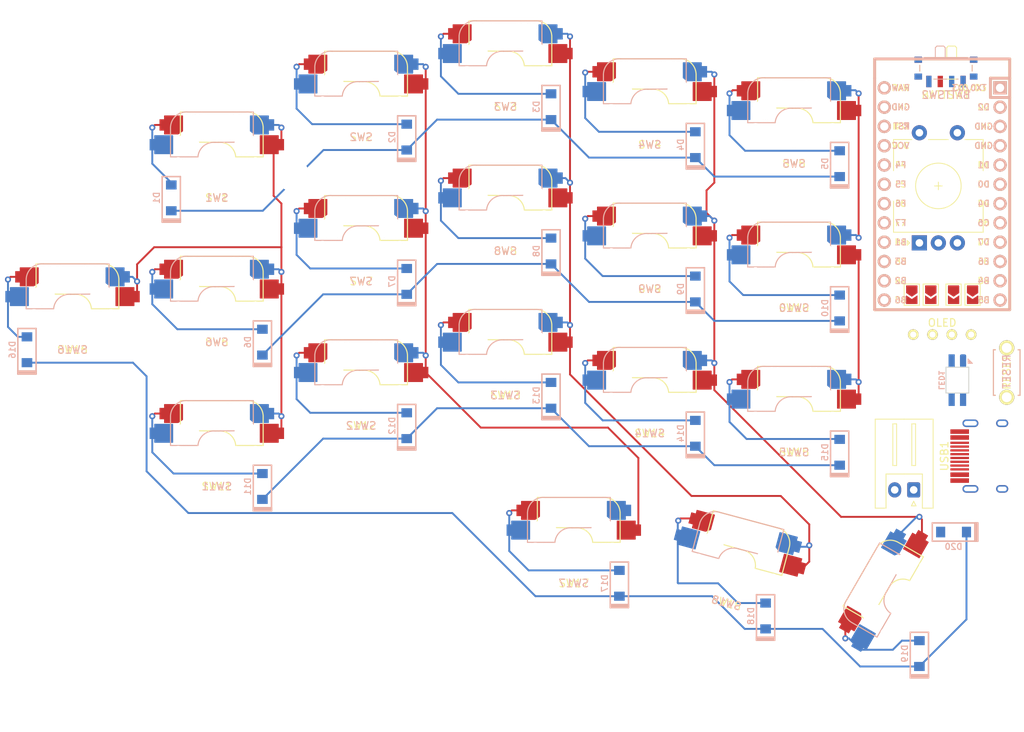
<source format=kicad_pcb>
(kicad_pcb (version 20211014) (generator pcbnew)
  (layers (0 "F.Cu" signal) (31 "B.Cu" signal) (34 "B.Paste" user) (35 "F.Paste" user) (36 "B.SilkS" user "B.Silkscreen") (37 "F.SilkS" user "F.Silkscreen") (38 "B.Mask" user) (39 "F.Mask" user) (44 "Edge.Cuts" user))
  (net 0 "")
  (net 1 "BATT")
  (net 2 "GND")
  (net 4 "RAW")
  (net 5 "row0")
  (net 6 "Net-(D1-Pad2)")
  (net 7 "Net-(D2-Pad2)")
  (net 8 "Net-(D3-Pad2)")
  (net 9 "Net-(D4-Pad2)")
  (net 10 "Net-(D5-Pad2)")
  (net 11 "row1")
  (net 12 "Net-(D6-Pad2)")
  (net 13 "Net-(D7-Pad2)")
  (net 14 "Net-(D8-Pad2)")
  (net 15 "Net-(D9-Pad2)")
  (net 16 "Net-(D10-Pad2)")
  (net 17 "row2")
  (net 18 "Net-(D11-Pad2)")
  (net 19 "Net-(D12-Pad2)")
  (net 20 "Net-(D13-Pad2)")
  (net 21 "Net-(D14-Pad2)")
  (net 22 "Net-(D15-Pad2)")
  (net 23 "row3")
  (net 24 "Net-(D17-Pad2)")
  (net 25 "Net-(D18-Pad2)")
  (net 26 "Net-(D19-Pad2)")
  (net 27 "SDA")
  (net 28 "SCL")
  (net 29 "VCC")
  (net 30 "LED")
  (net 32 "RESET")
  (net 33 "col1")
  (net 34 "col2")
  (net 35 "col3")
  (net 36 "ENCA")
  (net 37 "ENCB")
  (net 39 "col0")
  (net 40 "Net-(D16-Pad2)")
  (net 41 "Net-(JP1-Pad2)")
  (net 42 "Net-(JP2-Pad2)")
  (net 43 "Net-(JP3-Pad2)")
  (net 44 "Net-(JP4-Pad2)")
  (net 46 "row4")
  (net 47 "row5")
  (net 48 "row6")
  (net 49 "row7")
  (net 50 "Net-(D20-Pad2)")
  (net 51 "col4")
  (footprint "ampersand:CherryMX_Hotswap" (layer "F.Cu") (at 142 128.75)
    (fp_text reference "SW17")
    (fp_text value "SW_PUSH" hide)
  )
  (footprint "ampersand:CherryMX_Hotswap" (layer "F.Cu") (at 171 92.5)
    (fp_text reference "SW10")
    (fp_text value "SW_PUSH" hide)
  )
  (footprint "ampersand:CherryMX_Hotswap" (layer "F.Cu") (at 76 98)
    (fp_text reference "SW16")
    (fp_text value "SW_PUSH" hide)
  )
  (footprint "kbd:M2_HOLE_v2" (layer "F.Cu") (at 124.8 113.95)
    (fp_text reference "H4" hide)
    (fp_text value "MountingHole" hide)
  )
  (footprint "keebio:RotaryEncoder_EC11-no-legs" (layer "F.Cu") (at 190 80.928805 90)
    (fp_text reference "SW20")
    (fp_text value "RotaryEncoder_Switch")
  )
  (footprint "ampersand:CherryMX_Hotswap_1.5" (layer "F.Cu") (at 185.75 135.5 60)
    (fp_text reference "SW19" hide)
    (fp_text value "SW_PUSH" hide)
  )
  (footprint "ampersand:CherryMX_Hotswap" (layer "F.Cu") (at 152 71)
    (fp_text reference "SW4")
    (fp_text value "SW_PUSH" hide)
  )
  (footprint "Connector_JST:JST_XH_S2B-XH-A_1x02_P2.50mm_Horizontal" (layer "F.Cu") (at 186.75 120.95 180)
    (fp_text reference "BATTCONN1" hide)
    (fp_text value "Conn_01x02_Female" hide)
  )
  (footprint "ampersand:CherryMX_Hotswap" (layer "F.Cu") (at 95 78)
    (fp_text reference "SW1")
    (fp_text value "SW_PUSH" hide)
  )
  (footprint "ampersand:CherryMX_Hotswap" (layer "F.Cu") (at 133 66)
    (fp_text reference "SW3")
    (fp_text value "SW_PUSH" hide)
  )
  (footprint "kbd:M2_HOLE_v2" (layer "F.Cu") (at 176.4 128.35)
    (fp_text reference "H2" hide)
    (fp_text value "MountingHole" hide)
  )
  (footprint "ampersand:CherryMX_Hotswap" (layer "F.Cu") (at 95 116)
    (fp_text reference "SW11")
    (fp_text value "SW_PUSH" hide)
  )
  (footprint "ampersand:CherryMX_Hotswap" (layer "F.Cu") (at 171 73.5)
    (fp_text reference "SW5")
    (fp_text value "SW_PUSH" hide)
  )
  (footprint "ampersand:CherryMX_Hotswap" (layer "F.Cu") (at 133 85)
    (fp_text reference "SW8")
    (fp_text value "SW_PUSH" hide)
  )
  (footprint "Jumper:SolderJumper-2_P1.3mm_Open_TrianglePad1.0x1.5mm" (layer "F.Cu") (at 192 95.25 -90)
    (fp_text reference "JP3" hide)
    (fp_text value "SolderJumper_2_Open" hide)
  )
  (footprint "ampersand:CherryMX_Hotswap" (layer "F.Cu") (at 152 109)
    (fp_text reference "SW14")
    (fp_text value "SW_PUSH" hide)
  )
  (footprint "ampersand:CherryMX_Hotswap" (layer "F.Cu") (at 114 108)
    (fp_text reference "SW12")
    (fp_text value "SW_PUSH" hide)
  )
  (footprint "Jumper:SolderJumper-2_P1.3mm_Open_TrianglePad1.0x1.5mm" (layer "F.Cu") (at 189 95.25 -90)
    (fp_text reference "JP2" hide)
    (fp_text value "SolderJumper_2_Open" hide)
  )
  (footprint "Jumper:SolderJumper-2_P1.3mm_Open_TrianglePad1.0x1.5mm" (layer "F.Cu") (at 194.5 95.25 -90)
    (fp_text reference "JP4" hide)
    (fp_text value "SolderJumper_2_Open" hide)
  )
  (footprint "ampersand:CherryMX_Hotswap" (layer "F.Cu") (at 163.25 131.5 -15)
    (fp_text reference "SW18")
    (fp_text value "SW_PUSH" hide)
  )
  (footprint "kbd:M2_HOLE_v2" (layer "F.Cu") (at 162 83)
    (fp_text reference "H5" hide)
    (fp_text value "MountingHole" hide)
  )
  (footprint "ampersand:CherryMX_Hotswap" (layer "F.Cu") (at 133 104)
    (fp_text reference "SW13")
    (fp_text value "SW_PUSH" hide)
  )
  (footprint "ampersand:CherryMX_Hotswap" (layer "F.Cu") (at 152 90)
    (fp_text reference "SW9")
    (fp_text value "SW_PUSH" hide)
  )
  (footprint "kbd:M2_HOLE_v2" (layer "F.Cu") (at 105 79.5)
    (fp_text reference "H1" hide)
    (fp_text value "MountingHole" hide)
  )
  (footprint "ampersand:CherryMX_Hotswap" (layer "F.Cu") (at 95 97)
    (fp_text reference "SW6")
    (fp_text value "SW_PUSH" hide)
  )
  (footprint "ampersand:CherryMX_Hotswap" (layer "F.Cu") (at 114 89)
    (fp_text reference "SW7")
    (fp_text value "SW_PUSH" hide)
  )
  (footprint "ampersand:CherryMX_Hotswap" (layer "F.Cu") (at 171 111.5)
    (fp_text reference "SW15")
    (fp_text value "SW_PUSH" hide)
  )
  (footprint "kbd:OLED_v2" (layer "F.Cu") (at 190.5 100.5)
    (fp_text reference "OLED1" hide)
    (fp_text value "OLED" hide)
  )
  (footprint "kbd:M2_HOLE_v2" (layer "F.Cu") (at 85.5 100.15)
    (fp_text reference "H3" hide)
    (fp_text value "MountingHole" hide)
  )
  (footprint "Button_Switch_SMD:SW_SPDT_PCM12" (layer "F.Cu") (at 191 65.75 180)
    (fp_text reference "BATTSW1")
    (fp_text value "SW_SPDT")
  )
  (footprint "ampersand:CherryMX_Hotswap" (layer "F.Cu") (at 114 70)
    (fp_text reference "SW2")
    (fp_text value "SW_PUSH" hide)
  )
  (footprint "kbd:ResetSW" (layer "F.Cu") (at 199 105.5 90)
    (fp_text reference "RESET1" hide)
    (fp_text value "SW_Push" hide)
  )
  (footprint "Jumper:SolderJumper-2_P1.3mm_Open_TrianglePad1.0x1.5mm" (layer "F.Cu") (at 186.5 95.25 -90)
    (fp_text reference "JP1" hide)
    (fp_text value "SolderJumper_2_Open" hide)
  )
  (footprint "typec:HRO-TYPE-C-31-M-12-HandSoldering" (layer "F.Cu") (at 201 116.5 90)
    (fp_text reference "USB1")
    (fp_text value "HRO-TYPE-C-31-M-12" hide)
  )
  (footprint "keebio:D_SOD123" (layer "B.Cu") (at 177 97 90)
    (fp_text reference "D10")
    (fp_text value "D_Small" hide)
  )
  (footprint "keebio:D_SOD123" (layer "B.Cu") (at 158 113.5 90)
    (fp_text reference "D14")
    (fp_text value "D_Small" hide)
  )
  (footprint "keebio:D_SOD123" (layer "B.Cu") (at 120 112.5 90)
    (fp_text reference "D12")
    (fp_text value "D_Small" hide)
  )
  (footprint "keebio:D_SOD123" (layer "B.Cu") (at 120 93.5 90)
    (fp_text reference "D7")
    (fp_text value "D_Small" hide)
  )
  (footprint "keebio:D_SOD123" (layer "B.Cu") (at 139 70.5 90)
    (fp_text reference "D3")
    (fp_text value "D_Small" hide)
  )
  (footprint "keebio:D_SOD123" (layer "B.Cu") (at 139 89.5 90)
    (fp_text reference "D8")
    (fp_text value "D_Small" hide)
  )
  (footprint "keebio:D_SOD123" (layer "B.Cu") (at 187.5 142.5 90)
    (fp_text reference "D19")
    (fp_text value "D_Small" hide)
  )
  (footprint "Button_Switch_SMD:SW_SPDT_PCM12" (layer "B.Cu") (at 191 65.75)
    (fp_text reference "BATTSW2")
    (fp_text value "SW_SPDT")
  )
  (footprint "keebio:D_SOD123" (layer "B.Cu") (at 148 133.25 90)
    (fp_text reference "D17")
    (fp_text value "D_Small" hide)
  )
  (footprint "keebio:D_SOD123" (layer "B.Cu") (at 101 120.5 90)
    (fp_text reference "D11")
    (fp_text value "D_Small" hide)
  )
  (footprint "keebio:D_SOD123" (layer "B.Cu") (at 177 78 90)
    (fp_text reference "D5")
    (fp_text value "D_Small" hide)
  )
  (footprint "keebio:D_SOD123" (layer "B.Cu") (at 192 126.5 180)
    (fp_text reference "D20")
    (fp_text value "D_Small" hide)
  )
  (footprint "keebio:D_SOD123" (layer "B.Cu") (at 120 74.5 90)
    (fp_text reference "D2")
    (fp_text value "D_Small" hide)
  )
  (footprint "keebio:SK6812-MINI-E" (layer "B.Cu") (at 192.5 106.5 90)
    (fp_text reference "LED1")
    (fp_text value "YS-SK6812MINI-E" hide)
    (fp_line (start 1.7 -1.5) (end -1.7 -1.5) (layer "Edge.Cuts") (width 0.12))
    (fp_line (start 1.7 1.5) (end 1.7 -1.5) (layer "Edge.Cuts") (width 0.12))
    (fp_line (start -1.7 1.5) (end 1.7 1.5) (layer "Edge.Cuts") (width 0.12))
    (fp_line (start -1.7 -1.5) (end -1.7 1.5) (layer "Edge.Cuts") (width 0.12))
  )
  (footprint "keebio:D_SOD123" (layer "B.Cu") (at 158 75.5 90)
    (fp_text reference "D4")
    (fp_text value "D_Small" hide)
  )
  (footprint "keebio:D_SOD123" (layer "B.Cu") (at 158 94.5 90)
    (fp_text reference "D9")
    (fp_text value "D_Small" hide)
  )
  (footprint "keebio:D_SOD123" (layer "B.Cu") (at 139 108.5 90)
    (fp_text reference "D13")
    (fp_text value "D_Small" hide)
  )
  (footprint "keebio:D_SOD123" (layer "B.Cu") (at 101 101.5 90)
    (fp_text reference "D6")
    (fp_text value "D_Small" hide)
  )
  (footprint "keebio:ArduinoProMicro" (layer "B.Cu") (at 190.5 81.98675 -90)
    (fp_text reference "U1" hide)
    (fp_text value "ProMicro" hide)
  )
  (footprint "keebio:D_SOD123" (layer "B.Cu") (at 177 116 90)
    (fp_text reference "D15")
    (fp_text value "D_Small" hide)
  )
  (footprint "keebio:D_SOD123" (layer "B.Cu") (at 89 82.5 90)
    (fp_text reference "D1")
    (fp_text value "D_Small" hide)
  )
  (footprint "keebio:D_SOD123" (layer "B.Cu") (at 167.25 137.55 90)
    (fp_text reference "D18")
    (fp_text value "D_Small" hide)
  )
  (footprint "keebio:D_SOD123" (layer "B.Cu") (at 70 102.5 90)
    (fp_text reference "D16")
    (fp_text value "D_Small" hide)
  )
  (gr_line (start 178 70.25) (end 178.5 70.75) (layer "F.Cu") (width 0.2))
  (segment (start 109.05 76.2) (end 101.05 84.2) (width 0.25) (layer "B.Cu") (net 5))
  (segment (start 144 77.2) (end 139 72.2) (width 0.25) (layer "B.Cu") (net 5))
  (segment (start 139 72.2) (end 124 72.2) (width 0.25) (layer "B.Cu") (net 5))
  (segment (start 101.05 84.2) (end 89 84.2) (width 0.25) (layer "B.Cu") (net 5))
  (segment (start 124 72.2) (end 120 76.2) (width 0.25) (layer "B.Cu") (net 5))
  (segment (start 158 77.2) (end 144 77.2) (width 0.25) (layer "B.Cu") (net 5))
  (segment (start 120 76.2) (end 109.05 76.2) (width 0.25) (layer "B.Cu") (net 5))
  (segment (start 160.5 79.7) (end 158 77.2) (width 0.25) (layer "B.Cu") (net 5))
  (segment (start 177 79.7) (end 160.5 79.7) (width 0.25) (layer "B.Cu") (net 5))
  (segment (start 87.8 72.9) (end 86.85 72.9) (width 0.25) (layer "F.Cu") (net 6))
  (segment (start 86.85 72.9) (end 86.5 73.25) (width 0.25) (layer "F.Cu") (net 6))
  (via (at 86.5 73.25) (size 0.8) (drill 0.4) (layers "F.Cu" "B.Cu") (net 6))
  (segment (start 86.5 78) (end 86.5 75.5) (width 0.25) (layer "B.Cu") (net 6))
  (segment (start 89 80.8) (end 89 80.5) (width 0.25) (layer "B.Cu") (net 6))
  (segment (start 89 80.5) (end 86.5 78) (width 0.25) (layer "B.Cu") (net 6))
  (segment (start 86.5 75.5) (end 86.5 73.25) (width 0.25) (layer "B.Cu") (net 6))
  (segment (start 106.8 64.9) (end 105.85 64.9) (width 0.25) (layer "F.Cu") (net 7))
  (segment (start 105.85 64.9) (end 105.5 65.25) (width 0.25) (layer "F.Cu") (net 7))
  (via (at 105.5 65.25) (size 0.8) (drill 0.4) (layers "F.Cu" "B.Cu") (net 7))
  (via (at 105.5 65.25) (size 0.8) (drill 0.4) (layers "F.Cu" "B.Cu") (net 7))
  (segment (start 120 72.8) (end 107.55 72.8) (width 0.25) (layer "B.Cu") (net 7))
  (segment (start 105.5 70.75) (end 105.5 67.5) (width 0.25) (layer "B.Cu") (net 7))
  (segment (start 105.5 67.5) (end 105.5 65.25) (width 0.25) (layer "B.Cu") (net 7))
  (segment (start 107.55 72.8) (end 105.5 70.75) (width 0.25) (layer "B.Cu") (net 7))
  (segment (start 125.8 60.9) (end 124.85 60.9) (width 0.25) (layer "F.Cu") (net 8))
  (segment (start 124.85 60.9) (end 124.5 61.25) (width 0.25) (layer "F.Cu") (net 8))
  (via (at 124.5 61.25) (size 0.8) (drill 0.4) (layers "F.Cu" "B.Cu") (net 8))
  (segment (start 124.5 66.5) (end 124.5 63.5) (width 0.25) (layer "B.Cu") (net 8))
  (segment (start 139 68.8) (end 126.8 68.8) (width 0.25) (layer "B.Cu") (net 8))
  (segment (start 126.8 68.8) (end 124.5 66.5) (width 0.25) (layer "B.Cu") (net 8))
  (segment (start 124.5 63.5) (end 124.5 61.25) (width 0.25) (layer "B.Cu") (net 8))
  (segment (start 144.8 65.9) (end 143.6 65.9) (width 0.25) (layer "F.Cu") (net 9))
  (segment (start 143.6 65.9) (end 143.5 66) (width 0.25) (layer "F.Cu") (net 9))
  (via (at 143.5 66) (size 0.8) (drill 0.4) (layers "F.Cu" "B.Cu") (net 9))
  (segment (start 145.3 73.8) (end 143.5 72) (width 0.25) (layer "B.Cu") (net 9))
  (segment (start 143.5 72) (end 143.5 68.5) (width 0.25) (layer "B.Cu") (net 9))
  (segment (start 143.5 66) (end 143.5 68.5) (width 0.25) (layer "B.Cu") (net 9))
  (segment (start 158 73.8) (end 145.3 73.8) (width 0.25) (layer "B.Cu") (net 9))
  (segment (start 162.921195 68.328805) (end 162.5 68.75) (width 0.25) (layer "F.Cu") (net 10))
  (segment (start 163.847032 68.328805) (end 162.921195 68.328805) (width 0.25) (layer "F.Cu") (net 10))
  (via (at 162.5 68.75) (size 0.8) (drill 0.4) (layers "F.Cu" "B.Cu") (net 10))
  (segment (start 162.5 68.75) (end 162.5 70.881773) (width 0.25) (layer "B.Cu") (net 10))
  (segment (start 177 76.3) (end 164.55 76.3) (width 0.25) (layer "B.Cu") (net 10))
  (segment (start 162.547032 70.928805) (end 162.5 70.975837) (width 0.25) (layer "B.Cu") (net 10))
  (segment (start 164.55 76.3) (end 162.5 74.25) (width 0.25) (layer "B.Cu") (net 10))
  (segment (start 162.5 70.881773) (end 162.547032 70.928805) (width 0.25) (layer "B.Cu") (net 10))
  (segment (start 162.5 74.25) (end 162.5 71) (width 0.25) (layer "B.Cu") (net 10))
  (segment (start 109 95.2) (end 101 103.2) (width 0.25) (layer "B.Cu") (net 11))
  (segment (start 160.5 98.7) (end 158 96.2) (width 0.25) (layer "B.Cu") (net 11))
  (segment (start 144 96.2) (end 139 91.2) (width 0.25) (layer "B.Cu") (net 11))
  (segment (start 177 98.7) (end 160.5 98.7) (width 0.25) (layer "B.Cu") (net 11))
  (segment (start 124 91.2) (end 120 95.2) (width 0.25) (layer "B.Cu") (net 11))
  (segment (start 120 95.2) (end 109 95.2) (width 0.25) (layer "B.Cu") (net 11))
  (segment (start 158 96.2) (end 144 96.2) (width 0.25) (layer "B.Cu") (net 11))
  (segment (start 139 91.2) (end 124 91.2) (width 0.25) (layer "B.Cu") (net 11))
  (segment (start 87.8 91.9) (end 86.85 91.9) (width 0.25) (layer "F.Cu") (net 12))
  (segment (start 86.85 91.9) (end 86.5 92.25) (width 0.25) (layer "F.Cu") (net 12))
  (via (at 86.5 92.25) (size 0.8) (drill 0.4) (layers "F.Cu" "B.Cu") (net 12))
  (segment (start 86.5 96.5) (end 86.5 94.5) (width 0.25) (layer "B.Cu") (net 12))
  (segment (start 86.5 94.5) (end 86.5 92.25) (width 0.25) (layer "B.Cu") (net 12))
  (segment (start 89.8 99.8) (end 86.5 96.5) (width 0.25) (layer "B.Cu") (net 12))
  (segment (start 101 99.8) (end 89.8 99.8) (width 0.25) (layer "B.Cu") (net 12))
  (segment (start 106.8 83.9) (end 105.85 83.9) (width 0.25) (layer "F.Cu") (net 13))
  (segment (start 105.85 83.9) (end 105.5 84.25) (width 0.25) (layer "F.Cu") (net 13))
  (via (at 105.5 84.25) (size 0.8) (drill 0.4) (layers "F.Cu" "B.Cu") (net 13))
  (segment (start 120 91.8) (end 107.3 91.8) (width 0.25) (layer "B.Cu") (net 13))
  (segment (start 105.5 90) (end 105.5 86.5) (width 0.25) (layer "B.Cu") (net 13))
  (segment (start 107.3 91.8) (end 105.5 90) (width 0.25) (layer "B.Cu") (net 13))
  (segment (start 105.5 86.5) (end 105.5 84.25) (width 0.25) (layer "B.Cu") (net 13))
  (segment (start 125.8 79.9) (end 124.85 79.9) (width 0.25) (layer "F.Cu") (net 14))
  (segment (start 124.85 79.9) (end 124.5 80.25) (width 0.25) (layer "F.Cu") (net 14))
  (via (at 124.5 80.25) (size 0.8) (drill 0.4) (layers "F.Cu" "B.Cu") (net 14))
  (segment (start 124.5 82.5) (end 124.5 80.25) (width 0.25) (layer "B.Cu") (net 14))
  (segment (start 139 87.8) (end 126.8 87.8) (width 0.25) (layer "B.Cu") (net 14))
  (segment (start 124.5 85.5) (end 124.5 82.5) (width 0.25) (layer "B.Cu") (net 14))
  (segment (start 126.8 87.8) (end 124.5 85.5) (width 0.25) (layer "B.Cu") (net 14))
  (segment (start 143.85 84.9) (end 143.5 85.25) (width 0.25) (layer "F.Cu") (net 15))
  (segment (start 144.8 84.9) (end 143.85 84.9) (width 0.25) (layer "F.Cu") (net 15))
  (via (at 143.5 85.25) (size 0.8) (drill 0.4) (layers "F.Cu" "B.Cu") (net 15))
  (segment (start 143.5 87.5) (end 143.5 85.25) (width 0.25) (layer "B.Cu") (net 15))
  (segment (start 145.8 92.8) (end 143.5 90.5) (width 0.25) (layer "B.Cu") (net 15))
  (segment (start 158 92.8) (end 145.8 92.8) (width 0.25) (layer "B.Cu") (net 15))
  (segment (start 143.5 90.5) (end 143.5 87.5) (width 0.25) (layer "B.Cu") (net 15))
  (segment (start 163.8 87.4) (end 162.85 87.4) (width 0.25) (layer "F.Cu") (net 16))
  (segment (start 162.85 87.4) (end 162.5 87.75) (width 0.25) (layer "F.Cu") (net 16))
  (via (at 162.5 87.75) (size 0.8) (drill 0.4) (layers "F.Cu" "B.Cu") (net 16))
  (segment (start 164.3 95.3) (end 162.5 93.5) (width 0.25) (layer "B.Cu") (net 16))
  (segment (start 177 95.3) (end 164.3 95.3) (width 0.25) (layer "B.Cu") (net 16))
  (segment (start 162.5 93.5) (end 162.5 90) (width 0.25) (layer "B.Cu") (net 16))
  (segment (start 162.5 90) (end 162.5 87.75) (width 0.25) (layer "B.Cu") (net 16))
  (segment (start 144 115.2) (end 139 110.2) (width 0.25) (layer "B.Cu") (net 17))
  (segment (start 124 110.2) (end 120 114.2) (width 0.25) (layer "B.Cu") (net 17))
  (segment (start 160.5 117.7) (end 158 115.2) (width 0.25) (layer "B.Cu") (net 17))
  (segment (start 177 117.7) (end 160.5 117.7) (width 0.25) (layer "B.Cu") (net 17))
  (segment (start 139 110.2) (end 124 110.2) (width 0.25) (layer "B.Cu") (net 17))
  (segment (start 109 114.2) (end 101 122.2) (width 0.25) (layer "B.Cu") (net 17))
  (segment (start 158 115.2) (end 144 115.2) (width 0.25) (layer "B.Cu") (net 17))
  (segment (start 120 114.2) (end 109 114.2) (width 0.25) (layer "B.Cu") (net 17))
  (segment (start 86.85 110.9) (end 86.5 111.25) (width 0.25) (layer "F.Cu") (net 18))
  (segment (start 87.8 110.9) (end 86.85 110.9) (width 0.25) (layer "F.Cu") (net 18))
  (via (at 86.5 111.25) (size 0.8) (drill 0.4) (layers "F.Cu" "B.Cu") (net 18))
  (segment (start 86.5 116) (end 86.5 113.5) (width 0.25) (layer "B.Cu") (net 18))
  (segment (start 86.5 113.5) (end 86.5 111.25) (width 0.25) (layer "B.Cu") (net 18))
  (segment (start 89.3 118.8) (end 86.5 116) (width 0.25) (layer "B.Cu") (net 18))
  (segment (start 101 118.8) (end 89.3 118.8) (width 0.25) (layer "B.Cu") (net 18))
  (segment (start 105.85 102.9) (end 105.5 103.25) (width 0.25) (layer "F.Cu") (net 19))
  (segment (start 106.8 102.9) (end 105.85 102.9) (width 0.25) (layer "F.Cu") (net 19))
  (via (at 105.5 103.25) (size 0.8) (drill 0.4) (layers "F.Cu" "B.Cu") (net 19))
  (segment (start 105.5 105.5) (end 105.5 103.25) (width 0.25) (layer "B.Cu") (net 19))
  (segment (start 105.5 109) (end 105.5 105.5) (width 0.25) (layer "B.Cu") (net 19))
  (segment (start 120 110.8) (end 107.3 110.8) (width 0.25) (layer "B.Cu") (net 19))
  (segment (start 107.3 110.8) (end 105.5 109) (width 0.25) (layer "B.Cu") (net 19))
  (segment (start 125.8 98.9) (end 124.85 98.9) (width 0.25) (layer "F.Cu") (net 20))
  (segment (start 124.85 98.9) (end 124.5 99.25) (width 0.25) (layer "F.Cu") (net 20))
  (via (at 124.5 99.25) (size 0.8) (drill 0.4) (layers "F.Cu" "B.Cu") (net 20))
  (segment (start 124.5 101.5) (end 124.5 99.25) (width 0.25) (layer "B.Cu") (net 20))
  (segment (start 126.8 106.8) (end 124.5 104.5) (width 0.25) (layer "B.Cu") (net 20))
  (segment (start 139 106.8) (end 126.8 106.8) (width 0.25) (layer "B.Cu") (net 20))
  (segment (start 124.5 104.5) (end 124.5 101.5) (width 0.25) (layer "B.Cu") (net 20))
  (segment (start 143.85 103.9) (end 143.5 104.25) (width 0.25) (layer "F.Cu") (net 21))
  (segment (start 144.8 103.9) (end 143.85 103.9) (width 0.25) (layer "F.Cu") (net 21))
  (via (at 143.5 104.25) (size 0.8) (drill 0.4) (layers "F.Cu" "B.Cu") (net 21))
  (segment (start 158 111.8) (end 145.8 111.8) (width 0.25) (layer "B.Cu") (net 21))
  (segment (start 143.5 106.5) (end 143.5 104.25) (width 0.25) (layer "B.Cu") (net 21))
  (segment (start 145.8 111.8) (end 143.5 109.5) (width 0.25) (layer "B.Cu") (net 21))
  (segment (start 143.5 109.5) (end 143.5 106.5) (width 0.25) (layer "B.Cu") (net 21))
  (segment (start 162.85 106.4) (end 162.5 106.75) (width 0.25) (layer "F.Cu") (net 22))
  (segment (start 163.8 106.4) (end 162.85 106.4) (width 0.25) (layer "F.Cu") (net 22))
  (via (at 162.5 106.75) (size 0.8) (drill 0.4) (layers "F.Cu" "B.Cu") (net 22))
  (segment (start 162.5 109) (end 162.5 106.75) (width 0.25) (layer "B.Cu") (net 22))
  (segment (start 162.5 112) (end 162.5 109) (width 0.25) (layer "B.Cu") (net 22))
  (segment (start 177 114.25) (end 164.75 114.25) (width 0.25) (layer "B.Cu") (net 22))
  (segment (start 164.75 114.25) (end 162.5 112) (width 0.25) (layer "B.Cu") (net 22))
  (segment (start 167.25 139.25) (end 164.5 139.25) (width 0.25) (layer "B.Cu") (net 23))
  (segment (start 164.5 139.25) (end 160.2 134.95) (width 0.25) (layer "B.Cu") (net 23))
  (segment (start 187.5 144.2) (end 179.7 144.2) (width 0.25) (layer "B.Cu") (net 23))
  (segment (start 136.95 134.95) (end 148 134.95) (width 0.25) (layer "B.Cu") (net 23))
  (segment (start 160.2 134.95) (end 148 134.95) (width 0.25) (layer "B.Cu") (net 23))
  (segment (start 85.75 106) (end 85.75 118.5) (width 0.25) (layer "B.Cu") (net 23))
  (segment (start 91.25 124) (end 126 124) (width 0.25) (layer "B.Cu") (net 23))
  (segment (start 126 124) (end 136.95 134.95) (width 0.25) (layer "B.Cu") (net 23))
  (segment (start 83.95 104.2) (end 85.75 106) (width 0.25) (layer "B.Cu") (net 23))
  (segment (start 70 104.2) (end 83.95 104.2) (width 0.25) (layer "B.Cu") (net 23))
  (segment (start 179.7 144.2) (end 174.75 139.25) (width 0.25) (layer "B.Cu") (net 23))
  (segment (start 193.7 126.5) (end 193.7 138) (width 0.25) (layer "B.Cu") (net 23))
  (segment (start 174.75 139.25) (end 167.25 139.25) (width 0.25) (layer "B.Cu") (net 23))
  (segment (start 85.75 118.5) (end 91.25 124) (width 0.25) (layer "B.Cu") (net 23))
  (segment (start 193.7 138) (end 187.5 144.2) (width 0.25) (layer "B.Cu") (net 23))
  (segment (start 133.85 123.65) (end 133.5 124) (width 0.25) (layer "F.Cu") (net 24))
  (segment (start 134.8 123.65) (end 133.85 123.65) (width 0.25) (layer "F.Cu") (net 24))
  (via (at 133.5 124) (size 0.8) (drill 0.4) (layers "F.Cu" "B.Cu") (net 24))
  (segment (start 133.5 129) (end 133.5 126.25) (width 0.25) (layer "B.Cu") (net 24))
  (segment (start 136.05 131.55) (end 133.5 129) (width 0.25) (layer "B.Cu") (net 24))
  (segment (start 133.5 126.25) (end 133.5 124) (width 0.25) (layer "B.Cu") (net 24))
  (segment (start 148 131.55) (end 136.05 131.55) (width 0.25) (layer "B.Cu") (net 24))
  (segment (start 157.615311 124.710281) (end 156.039719 124.710281) (width 0.25) (layer "F.Cu") (net 25))
  (segment (start 156.039719 124.710281) (end 155.75 125) (width 0.25) (layer "F.Cu") (net 25))
  (via (at 155.75 125) (size 0.8) (drill 0.4) (layers "F.Cu" "B.Cu") (net 25))
  (segment (start 155.686678 126.885224) (end 155.686678 125.063322) (width 0.25) (layer "B.Cu") (net 25))
  (segment (start 161 133.25) (end 155.75 133.25) (width 0.25) (layer "B.Cu") (net 25))
  (segment (start 155.686678 133.186678) (end 155.686678 126.885224) (width 0.25) (layer "B.Cu") (net 25))
  (segment (start 163.6 135.85) (end 161 133.25) (width 0.25) (layer "B.Cu") (net 25))
  (segment (start 155.686678 125.063322) (end 155.75 125) (width 0.25) (layer "B.Cu") (net 25))
  (segment (start 155.75 133.25) (end 155.686678 133.186678) (width 0.25) (layer "B.Cu") (net 25))
  (segment (start 167.25 135.85) (end 163.6 135.85) (width 0.25) (layer "B.Cu") (net 25))
  (segment (start 177.75 140.5) (end 177.75 139.202113) (width 0.25) (layer "F.Cu") (net 26))
  (segment (start 177.75 139.202113) (end 177.73327 139.185383) (width 0.25) (layer "F.Cu") (net 26))
  (via (at 177.75 140.5) (size 0.8) (drill 0.4) (layers "F.Cu" "B.Cu") (net 26))
  (segment (start 184 142) (end 179.72372 142) (width 0.25) (layer "B.Cu") (net 26))
  (segment (start 179.334936 141.611216) (end 178.22372 140.5) (width 0.25) (layer "B.Cu") (net 26))
  (segment (start 187.5 140.8) (end 185.2 140.8) (width 0.25) (layer "B.Cu") (net 26))
  (segment (start 179.72372 142) (end 179.334936 141.611216) (width 0.25) (layer "B.Cu") (net 26))
  (segment (start 185.2 140.8) (end 184 142) (width 0.25) (layer "B.Cu") (net 26))
  (segment (start 178.22372 140.5) (end 177.75 140.5) (width 0.25) (layer "B.Cu") (net 26))
  (segment (start 122.5 67.5) (end 122.5 105.5) (width 0.25) (layer "F.Cu") (net 33))
  (segment (start 150.5 126.25) (end 150.5 116.75) (width 0.25) (layer "F.Cu") (net 33))
  (segment (start 122.5 67.5) (end 122.5 65.25) (width 0.25) (layer "F.Cu") (net 33))
  (segment (start 146.5 112.75) (end 129.75 112.75) (width 0.25) (layer "F.Cu") (net 33))
  (segment (start 150.5 116.75) (end 146.5 112.75) (width 0.25) (layer "F.Cu") (net 33))
  (segment (start 129.75 112.75) (end 122.5 105.5) (width 0.25) (layer "F.Cu") (net 33))
  (via (at 122.5 103.25) (size 0.8) (drill 0.4) (layers "F.Cu" "B.Cu") (net 33))
  (via (at 122.5 65.25) (size 0.8) (drill 0.4) (layers "F.Cu" "B.Cu") (net 33))
  (via (at 122.5 84.25) (size 0.8) (drill 0.4) (layers "F.Cu" "B.Cu") (net 33))
  (segment (start 121.2 64.9) (end 122.15 64.9) (width 0.25) (layer "B.Cu") (net 33))
  (segment (start 122.15 102.9) (end 122.5 103.25) (width 0.25) (layer "B.Cu") (net 33))
  (segment (start 122.15 64.9) (end 122.5 65.25) (width 0.25) (layer "B.Cu") (net 33))
  (segment (start 121.2 102.9) (end 122.15 102.9) (width 0.25) (layer "B.Cu") (net 33))
  (segment (start 122.15 83.9) (end 122.5 84.25) (width 0.25) (layer "B.Cu") (net 33))
  (segment (start 121.2 83.9) (end 122.15 83.9) (width 0.25) (layer "B.Cu") (net 33))
  (segment (start 173 130.392564) (end 173 125.5) (width 0.25) (layer "F.Cu") (net 34))
  (segment (start 141.5 61.25) (end 141.5 80.5) (width 0.25) (layer "F.Cu") (net 34))
  (segment (start 157.5 121.75) (end 141.5 105.75) (width 0.25) (layer "F.Cu") (net 34))
  (segment (start 141.5 105.75) (end 141.5 101.5) (width 0.25) (layer "F.Cu") (net 34))
  (segment (start 173 125.5) (end 169.25 121.75) (width 0.25) (layer "F.Cu") (net 34))
  (segment (start 172.107417 131.285147) (end 173 130.392564) (width 0.25) (layer "F.Cu") (net 34))
  (segment (start 141.5 80.5) (end 141.5 101.5) (width 0.25) (layer "F.Cu") (net 34))
  (segment (start 169.25 121.75) (end 157.5 121.75) (width 0.25) (layer "F.Cu") (net 34))
  (via (at 141.5 61.25) (size 0.8) (drill 0.4) (layers "F.Cu" "B.Cu") (net 34))
  (via (at 141.5 99.25) (size 0.8) (drill 0.4) (layers "F.Cu" "B.Cu") (net 34))
  (via (at 141.5 80.5) (size 0.8) (drill 0.4) (layers "F.Cu" "B.Cu") (net 34))
  (via (at 173 128.25) (size 0.8) (drill 0.4) (layers "F.Cu" "B.Cu") (net 34))
  (segment (start 141.15 98.9) (end 141.5 99.25) (width 0.25) (layer "B.Cu") (net 34))
  (segment (start 140.2 60.9) (end 141.15 60.9) (width 0.25) (layer "B.Cu") (net 34))
  (segment (start 141.15 60.9) (end 141.5 61.25) (width 0.25) (layer "B.Cu") (net 34))
  (segment (start 172.812725 128.437275) (end 173 128.25) (width 0.25) (layer "B.Cu") (net 34))
  (segment (start 140.2 98.9) (end 141.15 98.9) (width 0.25) (layer "B.Cu") (net 34))
  (segment (start 171.524643 128.437275) (end 172.812725 128.437275) (width 0.25) (layer "B.Cu") (net 34))
  (segment (start 140.2 79.9) (end 140.9 79.9) (width 0.25) (layer "B.Cu") (net 34))
  (segment (start 140.9 79.9) (end 141.5 80.5) (width 0.25) (layer "B.Cu") (net 34))
  (segment (start 168.438265 115.75) (end 177.188265 124.5) (width 0.25) (layer "F.Cu") (net 35))
  (segment (start 160.5 106.5) (end 160.5 107.811735) (width 0.25) (layer "F.Cu") (net 35))
  (segment (start 160.5 107.811735) (end 168.438265 115.75) (width 0.25) (layer "F.Cu") (net 35))
  (segment (start 160.5 85.5) (end 159.475479 84.475479) (width 0.25) (layer "F.Cu") (net 35))
  (segment (start 160.5 80.5) (end 160.5 66.25) (width 0.25) (layer "F.Cu") (net 35))
  (segment (start 177.188265 124.5) (end 187.5 124.5) (width 0.25) (layer "F.Cu") (net 35))
  (segment (start 160.5 85.5) (end 160.5 106.5) (width 0.25) (layer "F.Cu") (net 35))
  (segment (start 159.475479 84.475479) (end 159.475479 81.524521) (width 0.25) (layer "F.Cu") (net 35))
  (segment (start 187.834936 124.834936) (end 187.834936 126.888784) (width 0.25) (layer "F.Cu") (net 35))
  (segment (start 159.475479 81.524521) (end 160.5 80.5) (width 0.25) (layer "F.Cu") (net 35))
  (via (at 187.5 124.5) (size 0.8) (drill 0.4) (layers "F.Cu" "B.Cu") (net 35))
  (via (at 160.5 85.5) (size 0.8) (drill 0.4) (layers "F.Cu" "B.Cu") (net 35))
  (via (at 160.5 66.25) (size 0.8) (drill 0.4) (layers "F.Cu" "B.Cu") (net 35))
  (via (at 160.5 104.25) (size 0.8) (drill 0.4) (layers "F.Cu" "B.Cu") (net 35))
  (segment (start 159.2 103.9) (end 160.15 103.9) (width 0.25) (layer "B.Cu") (net 35))
  (segment (start 159.9 84.9) (end 160.5 85.5) (width 0.25) (layer "B.Cu") (net 35))
  (segment (start 184.93327 126.714617) (end 185.147887 126.5) (width 0.25) (layer "B.Cu") (net 35))
  (segment (start 159.2 84.9) (end 159.9 84.9) (width 0.25) (layer "B.Cu") (net 35))
  (segment (start 184.93327 126.714617) (end 187.147887 124.5) (width 0.25) (layer "B.Cu") (net 35))
  (segment (start 159.2 65.9) (end 160.15 65.9) (width 0.25) (layer "B.Cu") (net 35))
  (segment (start 160.15 103.9) (end 160.5 104.25) (width 0.25) (layer "B.Cu") (net 35))
  (segment (start 187.147887 124.5) (end 187.5 124.5) (width 0.25) (layer "B.Cu") (net 35))
  (segment (start 160.15 65.9) (end 160.5 66.25) (width 0.25) (layer "B.Cu") (net 35))
  (segment (start 102.475479 76.524521) (end 103.5 75.5) (width 0.25) (layer "F.Cu") (net 39))
  (segment (start 84.5 93.5) (end 84.5 95.5) (width 0.25) (layer "F.Cu") (net 39))
  (segment (start 103.5 83.25) (end 102.475479 82.225479) (width 0.25) (layer "F.Cu") (net 39))
  (segment (start 103.5 111.25) (end 103.5 113.5) (width 0.25) (layer "F.Cu") (net 39))
  (segment (start 103.5 94.5) (end 103.5 89) (width 0.25) (layer "F.Cu") (net 39))
  (segment (start 102.475479 82.225479) (end 102.475479 76.524521) (width 0.25) (layer "F.Cu") (net 39))
  (segment (start 103.5 94.5) (end 103.5 111.25) (width 0.25) (layer "F.Cu") (net 39))
  (segment (start 103.5 89) (end 103.5 83.25) (width 0.25) (layer "F.Cu") (net 39))
  (segment (start 86.75 89) (end 84.5 91.25) (width 0.25) (layer "F.Cu") (net 39))
  (segment (start 103.5 73.25) (end 103.5 75.5) (width 0.25) (layer "F.Cu") (net 39))
  (segment (start 103.5 89) (end 86.75 89) (width 0.25) (layer "F.Cu") (net 39))
  (segment (start 84.5 91.25) (end 84.5 93.5) (width 0.25) (layer "F.Cu") (net 39))
  (via (at 103.5 73.25) (size 0.8) (drill 0.4) (layers "F.Cu" "B.Cu") (net 39))
  (via (at 103.5 111.25) (size 0.8) (drill 0.4) (layers "F.Cu" "B.Cu") (net 39))
  (via (at 84.5 93.5) (size 0.8) (drill 0.4) (layers "F.Cu" "B.Cu") (net 39))
  (via (at 103.5 92.25) (size 0.8) (drill 0.4) (layers "F.Cu" "B.Cu") (net 39))
  (segment (start 83.2 92.9) (end 83.9 92.9) (width 0.25) (layer "B.Cu") (net 39))
  (segment (start 102.2 72.9) (end 103.15 72.9) (width 0.25) (layer "B.Cu") (net 39))
  (segment (start 103.15 110.9) (end 103.5 111.25) (width 0.25) (layer "B.Cu") (net 39))
  (segment (start 103.15 72.9) (end 103.5 73.25) (width 0.25) (layer "B.Cu") (net 39))
  (segment (start 102.247032 110.828805) (end 101.19801 110.828805) (width 0.25) (layer "B.Cu") (net 39))
  (segment (start 83.247032 92.877827) (end 83.247032 92.828805) (width 0.25) (layer "B.Cu") (net 39))
  (segment (start 83.9 92.9) (end 84.5 93.5) (width 0.25) (layer "B.Cu") (net 39))
  (segment (start 103.15 91.9) (end 103.5 92.25) (width 0.25) (layer "B.Cu") (net 39))
  (segment (start 102.2 91.9) (end 103.15 91.9) (width 0.25) (layer "B.Cu") (net 39))
  (segment (start 102.2 110.9) (end 103.15 110.9) (width 0.25) (layer "B.Cu") (net 39))
  (segment (start 68.8 92.9) (end 67.85 92.9) (width 0.25) (layer "F.Cu") (net 40))
  (segment (start 67.85 92.9) (end 67.5 93.25) (width 0.25) (layer "F.Cu") (net 40))
  (via (at 67.5 93.25) (size 0.8) (drill 0.4) (layers "F.Cu" "B.Cu") (net 40))
  (segment (start 68.8 100.8) (end 67.5 99.5) (width 0.25) (layer "B.Cu") (net 40))
  (segment (start 70 100.8) (end 68.8 100.8) (width 0.25) (layer "B.Cu") (net 40))
  (segment (start 67.5 99.5) (end 67.5 95.5) (width 0.25) (layer "B.Cu") (net 40))
  (segment (start 67.5 95.5) (end 67.5 93.25) (width 0.25) (layer "B.Cu") (net 40))
  (segment (start 179.5 90) (end 179.5 109) (width 0.25) (layer "F.Cu") (net 51))
  (segment (start 179.5 70.881773) (end 179.547032 70.928805) (width 0.25) (layer "F.Cu") (net 51))
  (segment (start 179.5 71) (end 179.5 87.75) (width 0.25) (layer "F.Cu") (net 51))
  (segment (start 179.5 68.75) (end 179.5 70.881773) (width 0.25) (layer "F.Cu") (net 51))
  (via (at 179.5 68.75) (size 0.8) (drill 0.4) (layers "F.Cu" "B.Cu") (net 51))
  (via (at 179.5 87.75) (size 0.8) (drill 0.4) (layers "F.Cu" "B.Cu") (net 51))
  (via (at 179.5 106.75) (size 0.8) (drill 0.4) (layers "F.Cu" "B.Cu") (net 51))
  (segment (start 178.247032 68.328805) (end 179.078805 68.328805) (width 0.25) (layer "B.Cu") (net 51))
  (segment (start 178.2 87.4) (end 179.15 87.4) (width 0.25) (layer "B.Cu") (net 51))
  (segment (start 179.15 106.4) (end 179.5 106.75) (width 0.25) (layer "B.Cu") (net 51))
  (segment (start 179.078805 68.328805) (end 179.5 68.75) (width 0.25) (layer "B.Cu") (net 51))
  (segment (start 178.2 106.4) (end 179.15 106.4) (width 0.25) (layer "B.Cu") (net 51))
  (segment (start 179.15 87.4) (end 179.5 87.75) (width 0.25) (layer "B.Cu") (net 51))
)
</source>
